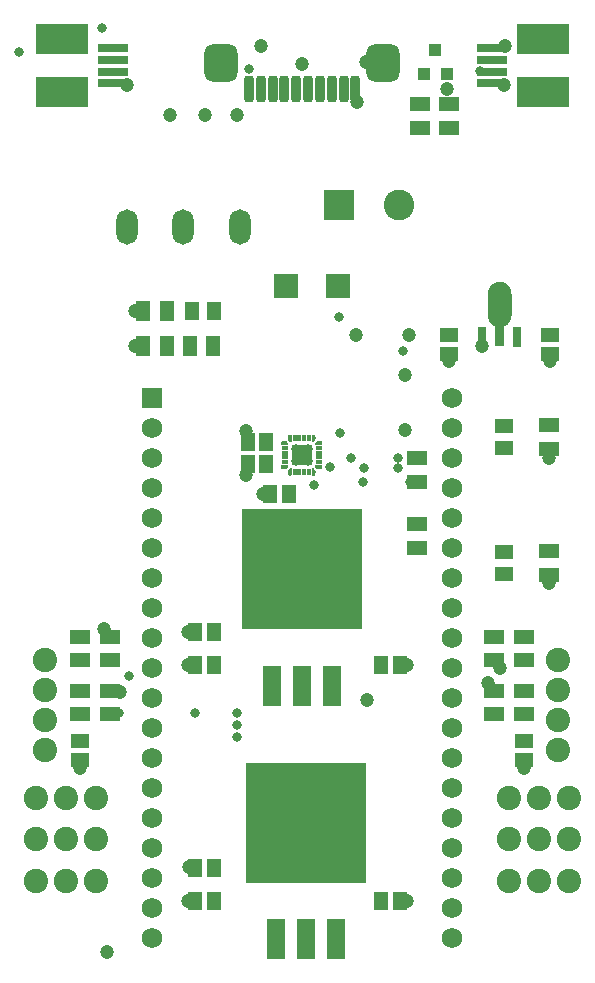
<source format=gts>
G04*
G04 #@! TF.GenerationSoftware,Altium Limited,Altium Designer,24.9.1 (31)*
G04*
G04 Layer_Color=8388736*
%FSLAX44Y44*%
%MOMM*%
G71*
G04*
G04 #@! TF.SameCoordinates,04FD8115-AAF2-45E8-BBFE-61AFBE82ED08*
G04*
G04*
G04 #@! TF.FilePolarity,Negative*
G04*
G01*
G75*
%ADD44R,1.1632X1.5932*%
%ADD45R,10.2236X10.1216*%
%ADD46R,1.6126X3.4016*%
%ADD47R,2.1016X2.1016*%
%ADD48R,1.6532X1.1532*%
%ADD49R,2.6016X0.8016*%
%ADD50R,4.4016X2.6016*%
G04:AMPARAMS|DCode=51|XSize=2.8042mm|YSize=3.2029mm|CornerRadius=0.7388mm|HoleSize=0mm|Usage=FLASHONLY|Rotation=180.000|XOffset=0mm|YOffset=0mm|HoleType=Round|Shape=RoundedRectangle|*
%AMROUNDEDRECTD51*
21,1,2.8042,1.7253,0,0,180.0*
21,1,1.3265,3.2029,0,0,180.0*
1,1,1.4777,-0.6632,0.8626*
1,1,1.4777,0.6632,0.8626*
1,1,1.4777,0.6632,-0.8626*
1,1,1.4777,-0.6632,-0.8626*
%
%ADD51ROUNDEDRECTD51*%
G04:AMPARAMS|DCode=52|XSize=0.8532mm|YSize=2.2352mm|CornerRadius=0.2609mm|HoleSize=0mm|Usage=FLASHONLY|Rotation=180.000|XOffset=0mm|YOffset=0mm|HoleType=Round|Shape=RoundedRectangle|*
%AMROUNDEDRECTD52*
21,1,0.8532,1.7135,0,0,180.0*
21,1,0.3315,2.2352,0,0,180.0*
1,1,0.5217,-0.1658,0.8568*
1,1,0.5217,0.1658,0.8568*
1,1,0.5217,0.1658,-0.8568*
1,1,0.5217,-0.1658,-0.8568*
%
%ADD52ROUNDEDRECTD52*%
%ADD53O,1.3432X3.4293*%
%ADD54R,0.7736X1.6766*%
%ADD55R,1.5932X1.1632*%
%ADD56R,1.6032X1.2032*%
%ADD57R,1.2032X1.6032*%
%ADD58R,1.1532X1.6532*%
%ADD59O,0.5065X0.3232*%
%ADD60O,0.3232X0.5065*%
%ADD61O,0.3232X0.5066*%
%ADD62O,0.3232X0.5065*%
%ADD63O,0.5065X0.3232*%
%ADD64O,0.5065X0.3232*%
%ADD65O,0.5065X0.3232*%
%ADD66R,1.8016X1.8016*%
%ADD67R,0.6066X0.3016*%
%ADD68O,0.3232X0.5065*%
%ADD69R,0.3016X0.6066*%
%ADD70R,1.0032X1.1032*%
%ADD71R,1.7332X1.7332*%
%ADD72C,1.7332*%
%ADD73O,1.8000X3.0000*%
%ADD74R,2.6032X2.6032*%
%ADD75C,2.6032*%
%ADD76C,2.0632*%
%ADD77C,1.2032*%
%ADD78C,0.8032*%
G36*
X240623Y469134D02*
X240672Y469129D01*
X240719Y469124D01*
X240721Y469124D01*
X240722Y469124D01*
X240770Y469109D01*
X240815Y469095D01*
X240816Y469095D01*
X240818Y469094D01*
X240861Y469071D01*
X240903Y469048D01*
X240904Y469047D01*
X240906Y469047D01*
X240943Y469016D01*
X240981Y468985D01*
X240982Y468984D01*
X240983Y468983D01*
X241014Y468945D01*
X241044Y468907D01*
X241045Y468906D01*
X241046Y468905D01*
X241069Y468862D01*
X241091Y468819D01*
X241092Y468818D01*
X241092Y468817D01*
X241107Y468769D01*
X241120Y468723D01*
X241121Y468722D01*
X241121Y468721D01*
X241126Y468671D01*
X241130Y468624D01*
Y463574D01*
X241120Y463474D01*
X241091Y463378D01*
X241044Y463290D01*
X240981Y463213D01*
X240903Y463149D01*
X240815Y463102D01*
X240719Y463073D01*
X240620Y463063D01*
X238620D01*
X238520Y463073D01*
X238424Y463102D01*
X238336Y463149D01*
X238259Y463213D01*
X238195Y463290D01*
X238148Y463378D01*
X238119Y463474D01*
X238109Y463574D01*
Y467628D01*
X238109Y467629D01*
X238119Y467728D01*
X238119Y467728D01*
Y467728D01*
X238134Y467778D01*
X238148Y467824D01*
X238148Y467824D01*
X238148Y467824D01*
X238169Y467863D01*
X238195Y467912D01*
X238195Y467912D01*
X238195Y467912D01*
X238213Y467934D01*
X238259Y467990D01*
X239259Y468990D01*
X239260Y468991D01*
X239261Y468992D01*
X239299Y469023D01*
X239336Y469054D01*
X239337Y469054D01*
X239338Y469055D01*
X239381Y469078D01*
X239424Y469101D01*
X239426Y469101D01*
X239427Y469102D01*
X239475Y469116D01*
X239520Y469130D01*
X239521Y469130D01*
X239523Y469130D01*
X239573Y469135D01*
X239620Y469140D01*
X239621Y469140D01*
X239622Y469140D01*
X240623Y469134D01*
D02*
G37*
G36*
X237917Y471879D02*
X237968Y471875D01*
X237969Y471874D01*
X237970Y471874D01*
X238015Y471860D01*
X238064Y471846D01*
X238065Y471845D01*
X238066Y471845D01*
X238107Y471823D01*
X238152Y471799D01*
X238153Y471798D01*
X238154Y471798D01*
X238190Y471769D01*
X238230Y471736D01*
X238231Y471735D01*
X238232Y471734D01*
X238263Y471697D01*
X238294Y471659D01*
X238294Y471658D01*
X238295Y471657D01*
X238318Y471614D01*
X238341Y471571D01*
X238342Y471570D01*
X238342Y471569D01*
X238356Y471524D01*
X238371Y471476D01*
X238371Y471474D01*
X238371Y471473D01*
X238376Y471426D01*
X238381Y471376D01*
X238386Y470377D01*
X238386Y470375D01*
X238387Y470374D01*
X238382Y470325D01*
X238377Y470277D01*
X238377Y470276D01*
X238377Y470274D01*
X238363Y470228D01*
X238349Y470181D01*
X238348Y470180D01*
X238348Y470178D01*
X238324Y470134D01*
X238302Y470093D01*
X238301Y470092D01*
X238300Y470090D01*
X238270Y470053D01*
X238239Y470015D01*
X238238Y470014D01*
X238237Y470013D01*
X237237Y469013D01*
X237237Y469013D01*
X237159Y468950D01*
X237159Y468950D01*
X237159Y468950D01*
X237110Y468923D01*
X237071Y468903D01*
X237071Y468903D01*
X237071Y468903D01*
X237025Y468889D01*
X236975Y468873D01*
X236975D01*
X236975Y468873D01*
X236925Y468868D01*
X236876Y468864D01*
X232821D01*
X232721Y468873D01*
X232625Y468903D01*
X232537Y468950D01*
X232460Y469013D01*
X232396Y469091D01*
X232349Y469179D01*
X232320Y469275D01*
X232310Y469374D01*
Y471373D01*
X232320Y471473D01*
X232349Y471569D01*
X232396Y471657D01*
X232460Y471734D01*
X232537Y471798D01*
X232625Y471845D01*
X232721Y471874D01*
X232821Y471884D01*
X237871D01*
X237917Y471879D01*
D02*
G37*
G36*
X236902Y491881D02*
X236975Y491874D01*
X237070Y491845D01*
X237071Y491845D01*
D01*
X237159Y491798D01*
X237208Y491757D01*
X237236Y491735D01*
X237236Y491735D01*
X237236Y491735D01*
X238236Y490734D01*
X238237Y490734D01*
X238237Y490733D01*
X238267Y490697D01*
X238299Y490657D01*
X238300Y490656D01*
X238301Y490655D01*
X238322Y490615D01*
X238347Y490569D01*
X238347Y490568D01*
X238347Y490567D01*
X238361Y490519D01*
X238375Y490473D01*
X238376Y490472D01*
X238376Y490471D01*
X238381Y490422D01*
X238385Y490373D01*
X238385Y490372D01*
X238385Y490371D01*
X238380Y489371D01*
X238375Y489322D01*
X238371Y489274D01*
X238370Y489273D01*
X238370Y489272D01*
X238356Y489225D01*
X238342Y489179D01*
X238341Y489178D01*
X238341Y489176D01*
X238318Y489134D01*
X238294Y489090D01*
X238294Y489089D01*
X238293Y489088D01*
X238263Y489052D01*
X238231Y489013D01*
X238230Y489012D01*
X238229Y489011D01*
X238194Y488982D01*
X238154Y488949D01*
X238152Y488949D01*
X238151Y488948D01*
X238112Y488927D01*
X238065Y488902D01*
X238064Y488902D01*
X238063Y488901D01*
X238020Y488889D01*
X237970Y488873D01*
X237968Y488873D01*
X237967Y488873D01*
X237922Y488869D01*
X237870Y488863D01*
X232820D01*
X232720Y488873D01*
X232625Y488902D01*
X232536Y488949D01*
X232459Y489013D01*
X232395Y489090D01*
X232348Y489179D01*
X232319Y489274D01*
X232309Y489374D01*
Y491374D01*
X232319Y491473D01*
X232348Y491569D01*
X232395Y491657D01*
X232459Y491735D01*
X232536Y491798D01*
X232625Y491845D01*
X232720Y491874D01*
X232820Y491884D01*
X236875D01*
X236875D01*
X236875D01*
X236902Y491881D01*
D02*
G37*
G36*
X240719Y497674D02*
X240815Y497645D01*
X240903Y497597D01*
X240981Y497534D01*
X241044Y497457D01*
X241091Y497368D01*
X241120Y497272D01*
X241130Y497173D01*
Y492123D01*
X241126Y492076D01*
X241121Y492026D01*
X241121Y492025D01*
X241120Y492024D01*
X241107Y491978D01*
X241092Y491930D01*
X241092Y491929D01*
X241091Y491928D01*
X241069Y491887D01*
X241046Y491842D01*
X241045Y491841D01*
X241044Y491840D01*
X241014Y491803D01*
X240983Y491764D01*
X240982Y491763D01*
X240981Y491762D01*
X240944Y491732D01*
X240905Y491700D01*
X240904Y491700D01*
X240903Y491699D01*
X240861Y491676D01*
X240818Y491653D01*
X240816Y491652D01*
X240815Y491652D01*
X240769Y491638D01*
X240722Y491623D01*
X240721Y491623D01*
X240719Y491623D01*
X240672Y491618D01*
X240622Y491613D01*
X239622Y491608D01*
X239621Y491608D01*
X239620Y491608D01*
X239573Y491612D01*
X239523Y491617D01*
X239521Y491617D01*
X239520Y491617D01*
X239476Y491631D01*
X239427Y491646D01*
X239426Y491646D01*
X239424Y491646D01*
X239384Y491668D01*
X239338Y491692D01*
X239337Y491693D01*
X239336Y491694D01*
X239300Y491724D01*
X239261Y491755D01*
X239260Y491756D01*
X239259Y491757D01*
X238259Y492757D01*
X238259Y492757D01*
X238230Y492792D01*
X238195Y492835D01*
X238148Y492923D01*
X238119Y493018D01*
X238109Y493118D01*
X238109Y493118D01*
Y497173D01*
X238119Y497272D01*
X238148Y497368D01*
X238195Y497457D01*
X238259Y497534D01*
X238336Y497597D01*
X238424Y497645D01*
X238520Y497674D01*
X238620Y497683D01*
X240620D01*
X240719Y497674D01*
D02*
G37*
G36*
X417443Y627156D02*
X417455Y627157D01*
X417900Y627136D01*
X417911Y627134D01*
X417923Y627134D01*
X418366Y627092D01*
X418378Y627090D01*
X418390Y627090D01*
X418831Y627027D01*
X418843Y627024D01*
X418854Y627023D01*
X419292Y626940D01*
X419303Y626937D01*
X419315Y626935D01*
X419748Y626832D01*
X419759Y626828D01*
X419771Y626826D01*
X420199Y626702D01*
X420210Y626698D01*
X420221Y626695D01*
X420643Y626552D01*
X420654Y626547D01*
X420665Y626544D01*
X421080Y626380D01*
X421090Y626375D01*
X421101Y626371D01*
X421507Y626189D01*
X421518Y626183D01*
X421529Y626179D01*
X421926Y625977D01*
X421936Y625971D01*
X421947Y625966D01*
X422334Y625746D01*
X422344Y625740D01*
X422355Y625734D01*
X422731Y625497D01*
X422741Y625489D01*
X422751Y625484D01*
X423116Y625229D01*
X423125Y625221D01*
X423135Y625215D01*
X423488Y624943D01*
X423497Y624935D01*
X423506Y624928D01*
X423846Y624640D01*
X423854Y624632D01*
X423863Y624624D01*
X424189Y624321D01*
X424197Y624312D01*
X424206Y624304D01*
X424517Y623986D01*
X424525Y623977D01*
X424533Y623969D01*
X424830Y623635D01*
X424837Y623626D01*
X424845Y623618D01*
X425125Y623271D01*
X425131Y623261D01*
X425139Y623252D01*
X425403Y622893D01*
X425409Y622883D01*
X425416Y622874D01*
X425662Y622503D01*
X425668Y622493D01*
X425675Y622483D01*
X425904Y622101D01*
X425909Y622090D01*
X425915Y622080D01*
X426126Y621688D01*
X426131Y621677D01*
X426137Y621667D01*
X426329Y621265D01*
X426333Y621254D01*
X426338Y621243D01*
X426511Y620833D01*
X426515Y620822D01*
X426520Y620811D01*
X426673Y620393D01*
X426676Y620381D01*
X426681Y620370D01*
X426814Y619945D01*
X426817Y619934D01*
X426821Y619923D01*
X426934Y619492D01*
X426936Y619481D01*
X426940Y619470D01*
X427033Y619034D01*
X427035Y619022D01*
X427038Y619011D01*
X427110Y618571D01*
X427111Y618559D01*
X427114Y618548D01*
X427166Y618106D01*
X427166Y618094D01*
X427168Y618082D01*
X427199Y617638D01*
X427199Y617626D01*
X427200Y617615D01*
X427211Y617169D01*
X427211Y617163D01*
X427211Y617157D01*
Y598615D01*
X427211Y598609D01*
X427211Y598603D01*
X427200Y598158D01*
X427199Y598146D01*
X427199Y598135D01*
X427168Y597691D01*
X427166Y597679D01*
X427166Y597667D01*
X427114Y597225D01*
X427111Y597213D01*
X427110Y597201D01*
X427038Y596762D01*
X427035Y596750D01*
X427033Y596738D01*
X426940Y596303D01*
X426936Y596292D01*
X426934Y596280D01*
X426821Y595850D01*
X426817Y595839D01*
X426814Y595827D01*
X426681Y595402D01*
X426676Y595391D01*
X426673Y595380D01*
X426520Y594962D01*
X426515Y594951D01*
X426511Y594940D01*
X426338Y594529D01*
X426333Y594519D01*
X426329Y594508D01*
X426137Y594106D01*
X426131Y594096D01*
X426126Y594085D01*
X425915Y593692D01*
X425909Y593682D01*
X425904Y593672D01*
X425675Y593289D01*
X425668Y593280D01*
X425662Y593270D01*
X425416Y592898D01*
X425409Y592889D01*
X425403Y592879D01*
X425139Y592520D01*
X425131Y592511D01*
X425125Y592501D01*
X424845Y592155D01*
X424837Y592147D01*
X424830Y592137D01*
X424533Y591804D01*
X424525Y591796D01*
X424517Y591787D01*
X424206Y591468D01*
X424197Y591461D01*
X424189Y591452D01*
X423863Y591148D01*
X423854Y591141D01*
X423846Y591132D01*
X423506Y590844D01*
X423497Y590838D01*
X423488Y590830D01*
X423135Y590558D01*
X423125Y590551D01*
X423116Y590544D01*
X422751Y590289D01*
X422741Y590283D01*
X422731Y590276D01*
X422355Y590038D01*
X422344Y590033D01*
X422334Y590026D01*
X421947Y589807D01*
X421936Y589802D01*
X421926Y589795D01*
X421529Y589594D01*
X421518Y589590D01*
X421508Y589584D01*
X421472Y589572D01*
X421437Y589558D01*
X421426Y589556D01*
X421414Y589552D01*
X421011Y589460D01*
Y572887D01*
X421002Y572789D01*
X420973Y572694D01*
X420927Y572607D01*
X420864Y572531D01*
X420788Y572469D01*
X420701Y572422D01*
X420607Y572394D01*
X420509Y572384D01*
X413909D01*
X413811Y572394D01*
X413716Y572422D01*
X413630Y572469D01*
X413553Y572531D01*
X413491Y572607D01*
X413445Y572694D01*
X413416Y572789D01*
X413406Y572887D01*
Y589460D01*
X413003Y589552D01*
X412992Y589556D01*
X412980Y589558D01*
X412945Y589572D01*
X412909Y589584D01*
X412899Y589590D01*
X412888Y589594D01*
X412491Y589795D01*
X412481Y589802D01*
X412470Y589807D01*
X412083Y590026D01*
X412073Y590033D01*
X412062Y590038D01*
X411686Y590276D01*
X411676Y590283D01*
X411666Y590289D01*
X411301Y590544D01*
X411292Y590551D01*
X411282Y590558D01*
X410929Y590830D01*
X410920Y590838D01*
X410911Y590844D01*
X410571Y591132D01*
X410563Y591141D01*
X410553Y591148D01*
X410228Y591452D01*
X410220Y591461D01*
X410211Y591468D01*
X409899Y591787D01*
X409892Y591796D01*
X409883Y591804D01*
X409587Y592137D01*
X409580Y592147D01*
X409572Y592155D01*
X409292Y592501D01*
X409286Y592511D01*
X409278Y592520D01*
X409014Y592879D01*
X409008Y592889D01*
X409001Y592898D01*
X408755Y593270D01*
X408749Y593280D01*
X408742Y593289D01*
X408513Y593672D01*
X408508Y593682D01*
X408502Y593692D01*
X408291Y594085D01*
X408286Y594096D01*
X408280Y594106D01*
X408088Y594508D01*
X408084Y594519D01*
X408079Y594529D01*
X407906Y594939D01*
X407902Y594951D01*
X407897Y594962D01*
X407744Y595380D01*
X407741Y595391D01*
X407736Y595402D01*
X407603Y595827D01*
X407600Y595839D01*
X407596Y595850D01*
X407482Y596280D01*
X407481Y596292D01*
X407477Y596303D01*
X407384Y596738D01*
X407382Y596750D01*
X407379Y596762D01*
X407307Y597201D01*
X407306Y597213D01*
X407303Y597225D01*
X407251Y597667D01*
X407251Y597679D01*
X407249Y597691D01*
X407218Y598135D01*
X407218Y598146D01*
X407217Y598158D01*
X407206Y598603D01*
X407206Y598609D01*
X407206Y598615D01*
Y617157D01*
X407206Y617163D01*
X407206Y617169D01*
X407217Y617615D01*
X407218Y617626D01*
X407218Y617638D01*
X407249Y618082D01*
X407251Y618094D01*
X407251Y618106D01*
X407303Y618548D01*
X407306Y618559D01*
X407307Y618571D01*
X407379Y619011D01*
X407382Y619022D01*
X407384Y619034D01*
X407477Y619470D01*
X407481Y619481D01*
X407482Y619492D01*
X407596Y619923D01*
X407600Y619934D01*
X407603Y619945D01*
X407736Y620370D01*
X407741Y620381D01*
X407744Y620393D01*
X407897Y620811D01*
X407902Y620822D01*
X407906Y620833D01*
X408079Y621243D01*
X408084Y621254D01*
X408088Y621265D01*
X408280Y621667D01*
X408286Y621677D01*
X408291Y621688D01*
X408502Y622080D01*
X408508Y622090D01*
X408513Y622101D01*
X408742Y622483D01*
X408749Y622493D01*
X408755Y622503D01*
X409001Y622874D01*
X409008Y622883D01*
X409014Y622893D01*
X409278Y623252D01*
X409286Y623261D01*
X409292Y623271D01*
X409572Y623618D01*
X409580Y623626D01*
X409587Y623635D01*
X409883Y623969D01*
X409892Y623977D01*
X409899Y623986D01*
X410211Y624304D01*
X410220Y624312D01*
X410228Y624321D01*
X410553Y624624D01*
X410563Y624632D01*
X410571Y624640D01*
X410911Y624928D01*
X410920Y624935D01*
X410929Y624943D01*
X411282Y625215D01*
X411292Y625221D01*
X411301Y625229D01*
X411666Y625484D01*
X411676Y625490D01*
X411686Y625497D01*
X412062Y625734D01*
X412073Y625740D01*
X412083Y625746D01*
X412470Y625966D01*
X412481Y625971D01*
X412491Y625977D01*
X412888Y626179D01*
X412899Y626183D01*
X412910Y626189D01*
X413316Y626371D01*
X413327Y626375D01*
X413337Y626380D01*
X413752Y626544D01*
X413763Y626547D01*
X413774Y626552D01*
X414196Y626695D01*
X414207Y626698D01*
X414218Y626702D01*
X414646Y626826D01*
X414658Y626828D01*
X414669Y626832D01*
X415102Y626935D01*
X415114Y626937D01*
X415125Y626940D01*
X415563Y627023D01*
X415574Y627024D01*
X415586Y627027D01*
X416027Y627090D01*
X416039Y627090D01*
X416050Y627092D01*
X416494Y627134D01*
X416506Y627134D01*
X416517Y627136D01*
X416962Y627157D01*
X416974Y627156D01*
X416986Y627157D01*
X417431D01*
X417443Y627156D01*
D02*
G37*
G36*
X260718Y497675D02*
X260814Y497646D01*
X260902Y497598D01*
X260980Y497535D01*
X261043Y497458D01*
X261090Y497369D01*
X261119Y497274D01*
X261129Y497174D01*
Y493119D01*
X261124Y493070D01*
X261119Y493019D01*
X261119Y493019D01*
Y493019D01*
X261104Y492970D01*
X261090Y492924D01*
X261090Y492924D01*
X261090Y492924D01*
X261070Y492885D01*
X261043Y492836D01*
X261043Y492835D01*
X261043Y492835D01*
X261008Y492792D01*
X260980Y492758D01*
X260980Y492758D01*
X260980Y492758D01*
X260980Y492758D01*
X259980Y491757D01*
X259979Y491756D01*
X259978Y491755D01*
X259941Y491725D01*
X259903Y491693D01*
X259901Y491693D01*
X259900Y491692D01*
X259857Y491669D01*
X259814Y491646D01*
X259813Y491646D01*
X259811Y491645D01*
X259763Y491631D01*
X259719Y491617D01*
X259717Y491617D01*
X259715Y491617D01*
X259666Y491612D01*
X259619Y491607D01*
X259617Y491608D01*
X259616Y491607D01*
X258616Y491613D01*
X258567Y491618D01*
X258519Y491623D01*
X258518Y491623D01*
X258517Y491624D01*
X258469Y491638D01*
X258424Y491652D01*
X258422Y491653D01*
X258421Y491653D01*
X258379Y491676D01*
X258335Y491699D01*
X258334Y491700D01*
X258333Y491701D01*
X258296Y491731D01*
X258258Y491763D01*
X258257Y491764D01*
X258256Y491765D01*
X258225Y491803D01*
X258195Y491840D01*
X258194Y491841D01*
X258193Y491843D01*
X258170Y491886D01*
X258147Y491928D01*
X258147Y491930D01*
X258146Y491931D01*
X258132Y491979D01*
X258118Y492024D01*
X258118Y492025D01*
X258118Y492027D01*
X258113Y492077D01*
X258109Y492124D01*
Y497174D01*
X258118Y497274D01*
X258147Y497369D01*
X258195Y497458D01*
X258258Y497535D01*
X258335Y497598D01*
X258424Y497646D01*
X258519Y497675D01*
X258619Y497684D01*
X260619D01*
X260718Y497675D01*
D02*
G37*
G36*
X266520Y491874D02*
X266615Y491844D01*
X266704Y491797D01*
X266781Y491734D01*
X266845Y491656D01*
X266892Y491568D01*
X266921Y491472D01*
X266931Y491373D01*
Y489374D01*
X266921Y489274D01*
X266892Y489178D01*
X266845Y489090D01*
X266781Y489013D01*
X266704Y488949D01*
X266615Y488902D01*
X266520Y488873D01*
X266420Y488863D01*
X261370D01*
X261323Y488868D01*
X261273Y488872D01*
X261272Y488873D01*
X261271Y488873D01*
X261225Y488887D01*
X261177Y488901D01*
X261176Y488902D01*
X261175Y488902D01*
X261133Y488924D01*
X261089Y488948D01*
X261088Y488949D01*
X261087Y488949D01*
X261050Y488979D01*
X261011Y489011D01*
X261010Y489012D01*
X261009Y489013D01*
X260979Y489050D01*
X260947Y489088D01*
X260946Y489089D01*
X260946Y489090D01*
X260924Y489132D01*
X260900Y489176D01*
X260899Y489177D01*
X260898Y489178D01*
X260885Y489223D01*
X260870Y489272D01*
X260870Y489273D01*
X260869Y489274D01*
X260865Y489321D01*
X260860Y489371D01*
X260854Y490371D01*
X260855Y490373D01*
X260854Y490374D01*
X260859Y490420D01*
X260864Y490471D01*
X260864Y490472D01*
X260864Y490473D01*
X260878Y490518D01*
X260892Y490567D01*
X260893Y490568D01*
X260893Y490569D01*
X260916Y490611D01*
X260939Y490655D01*
X260940Y490656D01*
X260941Y490657D01*
X260970Y490694D01*
X261002Y490733D01*
X261003Y490734D01*
X261004Y490735D01*
X262004Y491734D01*
X262004Y491734D01*
X262004Y491734D01*
D01*
X262082Y491797D01*
X262133Y491825D01*
X262170Y491844D01*
X262170Y491844D01*
X262170Y491844D01*
X262197Y491853D01*
X262265Y491874D01*
X262266Y491874D01*
X262266D01*
X262287Y491876D01*
X262365Y491883D01*
X266420D01*
X266520Y491874D01*
D02*
G37*
G36*
X259667Y469134D02*
X259717Y469129D01*
X259719Y469129D01*
X259720Y469129D01*
X259764Y469115D01*
X259813Y469101D01*
X259814Y469100D01*
X259816Y469100D01*
X259856Y469078D01*
X259902Y469054D01*
X259903Y469053D01*
X259904Y469053D01*
X259940Y469023D01*
X259979Y468991D01*
X259980Y468990D01*
X259981Y468989D01*
X260981Y467989D01*
X260981Y467989D01*
X261010Y467954D01*
X261045Y467912D01*
X261092Y467823D01*
X261121Y467728D01*
X261131Y467628D01*
X261131Y467628D01*
Y463573D01*
X261121Y463474D01*
X261092Y463378D01*
X261045Y463289D01*
X260981Y463212D01*
X260904Y463149D01*
X260816Y463102D01*
X260720Y463072D01*
X260620Y463063D01*
X258620D01*
X258521Y463072D01*
X258425Y463102D01*
X258337Y463149D01*
X258259Y463212D01*
X258196Y463289D01*
X258149Y463378D01*
X258120Y463474D01*
X258110Y463573D01*
Y468623D01*
X258114Y468670D01*
X258119Y468720D01*
X258120Y468721D01*
X258120Y468723D01*
X258133Y468768D01*
X258148Y468816D01*
X258148Y468817D01*
X258149Y468818D01*
X258171Y468860D01*
X258194Y468904D01*
X258195Y468906D01*
X258196Y468907D01*
X258226Y468943D01*
X258258Y468982D01*
X258258Y468983D01*
X258259Y468984D01*
X258296Y469014D01*
X258335Y469046D01*
X258336Y469047D01*
X258337Y469048D01*
X258379Y469070D01*
X258423Y469094D01*
X258424Y469094D01*
X258425Y469095D01*
X258471Y469109D01*
X258518Y469123D01*
X258519Y469123D01*
X258521Y469124D01*
X258568Y469128D01*
X258618Y469134D01*
X259618Y469139D01*
X259619Y469138D01*
X259620Y469139D01*
X259667Y469134D01*
D02*
G37*
G36*
X266520Y471874D02*
X266615Y471844D01*
X266704Y471797D01*
X266781Y471734D01*
X266845Y471656D01*
X266892Y471568D01*
X266921Y471473D01*
X266931Y471373D01*
Y469373D01*
X266921Y469273D01*
X266892Y469178D01*
X266845Y469089D01*
X266781Y469012D01*
X266704Y468949D01*
X266615Y468901D01*
X266520Y468872D01*
X266420Y468862D01*
X262365D01*
X262265Y468872D01*
X262170Y468901D01*
X262081Y468949D01*
X262004Y469012D01*
X261004Y470012D01*
X261003Y470013D01*
X261002Y470014D01*
X260971Y470052D01*
X260940Y470089D01*
X260940Y470090D01*
X260939Y470092D01*
X260917Y470134D01*
X260893Y470178D01*
X260893Y470179D01*
X260892Y470180D01*
X260879Y470227D01*
X260864Y470273D01*
X260864Y470275D01*
X260864Y470276D01*
X260859Y470323D01*
X260854Y470373D01*
X260855Y470374D01*
X260854Y470376D01*
X260860Y471376D01*
X260865Y471426D01*
X260869Y471473D01*
X260870Y471474D01*
X260870Y471475D01*
X260885Y471524D01*
X260898Y471568D01*
X260899Y471569D01*
X260900Y471571D01*
X260924Y471615D01*
X260946Y471656D01*
X260946Y471657D01*
X260947Y471659D01*
X260979Y471697D01*
X261009Y471734D01*
X261010Y471735D01*
X261011Y471736D01*
X261050Y471768D01*
X261087Y471797D01*
X261088Y471798D01*
X261089Y471799D01*
X261133Y471822D01*
X261175Y471844D01*
X261176Y471845D01*
X261177Y471846D01*
X261225Y471860D01*
X261271Y471874D01*
X261272Y471874D01*
X261273Y471874D01*
X261323Y471879D01*
X261370Y471883D01*
X266420D01*
X266520Y471874D01*
D02*
G37*
D44*
X159360Y130810D02*
D03*
X175160D02*
D03*
Y103243D02*
D03*
X159360D02*
D03*
Y330200D02*
D03*
X175160D02*
D03*
X238660Y447413D02*
D03*
X222860D02*
D03*
X332520Y302633D02*
D03*
X316720D02*
D03*
X159360D02*
D03*
X175160D02*
D03*
X219610Y472813D02*
D03*
X203810D02*
D03*
Y491863D02*
D03*
X219610D02*
D03*
X316720Y103243D02*
D03*
X332520D02*
D03*
D45*
X253620Y169272D02*
D03*
X249810Y383902D02*
D03*
D46*
X279020Y70235D02*
D03*
X228220D02*
D03*
X253620D02*
D03*
X249810Y284865D02*
D03*
X224410D02*
D03*
X275210D02*
D03*
D47*
X236701Y623943D02*
D03*
X280699D02*
D03*
D48*
X61850Y280883D02*
D03*
Y260883D02*
D03*
X87250D02*
D03*
Y280883D02*
D03*
X459360Y485513D02*
D03*
Y505513D02*
D03*
Y378993D02*
D03*
Y398993D02*
D03*
X412370Y326603D02*
D03*
Y306603D02*
D03*
X437770D02*
D03*
Y326603D02*
D03*
Y280883D02*
D03*
Y260883D02*
D03*
X412370D02*
D03*
Y280883D02*
D03*
X347600Y477733D02*
D03*
Y457733D02*
D03*
X350140Y757453D02*
D03*
Y777453D02*
D03*
X374270D02*
D03*
Y757453D02*
D03*
X347600Y401853D02*
D03*
Y421853D02*
D03*
X61850Y306603D02*
D03*
Y326603D02*
D03*
X87250D02*
D03*
Y306603D02*
D03*
D49*
X410503Y794996D02*
D03*
Y804995D02*
D03*
Y814998D02*
D03*
Y824998D02*
D03*
X89497Y795002D02*
D03*
Y805002D02*
D03*
Y815005D02*
D03*
Y825004D02*
D03*
D50*
X453503Y832497D02*
D03*
Y787497D02*
D03*
X46497Y832503D02*
D03*
Y787503D02*
D03*
D51*
X318504Y812055D02*
D03*
X181496D02*
D03*
D52*
X255000Y790313D02*
D03*
X265000D02*
D03*
X275000D02*
D03*
X285000D02*
D03*
X295000D02*
D03*
X205000D02*
D03*
X215000D02*
D03*
X225000D02*
D03*
X235000D02*
D03*
X245000D02*
D03*
D53*
X417209Y607887D02*
D03*
D54*
X432210Y580763D02*
D03*
X402210D02*
D03*
D55*
X374620Y566129D02*
D03*
Y581929D02*
D03*
X459620Y566133D02*
D03*
Y581933D02*
D03*
X61850Y237900D02*
D03*
Y222100D02*
D03*
X437770Y237900D02*
D03*
Y222100D02*
D03*
D56*
X421260Y486173D02*
D03*
Y505173D02*
D03*
Y379493D02*
D03*
Y398493D02*
D03*
D57*
X175490Y602353D02*
D03*
X156490D02*
D03*
D58*
X174720Y573143D02*
D03*
X154720D02*
D03*
X135350Y602353D02*
D03*
X115350D02*
D03*
X135350Y573143D02*
D03*
X115350D02*
D03*
D59*
X263895Y470373D02*
D03*
D60*
X239620Y494648D02*
D03*
D61*
X259618D02*
D03*
D62*
X239620Y466098D02*
D03*
D63*
X235345Y470373D02*
D03*
D64*
Y490373D02*
D03*
D65*
X263895D02*
D03*
D66*
X249620Y480373D02*
D03*
D67*
X263895Y486372D02*
D03*
Y482372D02*
D03*
Y478374D02*
D03*
Y474373D02*
D03*
X235345D02*
D03*
Y478374D02*
D03*
Y482372D02*
D03*
Y486372D02*
D03*
D68*
X259620Y466098D02*
D03*
D69*
X255620D02*
D03*
X251619D02*
D03*
X247621D02*
D03*
X243621D02*
D03*
Y494648D02*
D03*
X247621D02*
D03*
X251619D02*
D03*
X255620D02*
D03*
D70*
X372340Y803173D02*
D03*
X353340D02*
D03*
X362840Y823173D02*
D03*
D71*
X123000Y528873D02*
D03*
D72*
Y503473D02*
D03*
Y478073D02*
D03*
Y452673D02*
D03*
Y427273D02*
D03*
Y401873D02*
D03*
Y376473D02*
D03*
Y351073D02*
D03*
Y325673D02*
D03*
Y300273D02*
D03*
Y274873D02*
D03*
Y249473D02*
D03*
Y224073D02*
D03*
Y198673D02*
D03*
Y173273D02*
D03*
Y147873D02*
D03*
Y122473D02*
D03*
Y97073D02*
D03*
Y71673D02*
D03*
X377000D02*
D03*
Y97073D02*
D03*
Y122473D02*
D03*
Y147873D02*
D03*
Y173273D02*
D03*
Y198673D02*
D03*
Y224073D02*
D03*
Y249473D02*
D03*
Y274873D02*
D03*
Y300273D02*
D03*
Y325673D02*
D03*
Y351073D02*
D03*
Y376473D02*
D03*
Y401873D02*
D03*
Y427273D02*
D03*
Y452673D02*
D03*
Y478073D02*
D03*
Y503473D02*
D03*
Y528873D02*
D03*
D73*
X197480Y673473D02*
D03*
X149480D02*
D03*
X101481D02*
D03*
D74*
X281560Y692523D02*
D03*
D75*
X331560D02*
D03*
D76*
X466620Y306573D02*
D03*
Y281173D02*
D03*
Y255773D02*
D03*
Y230373D02*
D03*
X32620D02*
D03*
Y255773D02*
D03*
Y281173D02*
D03*
Y306573D02*
D03*
X425000Y190000D02*
D03*
X450400D02*
D03*
X475800D02*
D03*
X425000Y120000D02*
D03*
X450400D02*
D03*
X475800D02*
D03*
X425000Y155000D02*
D03*
X450400D02*
D03*
X475800D02*
D03*
X75000Y190000D02*
D03*
X49600D02*
D03*
X24200D02*
D03*
X75000Y155000D02*
D03*
X49600D02*
D03*
X24200D02*
D03*
X75000Y120000D02*
D03*
X49600D02*
D03*
X24200D02*
D03*
D77*
X153897Y131291D02*
D03*
X153060Y330200D02*
D03*
X402590Y572770D02*
D03*
X250000Y811530D02*
D03*
X85000Y60000D02*
D03*
X437770Y215800D02*
D03*
X101600Y793299D02*
D03*
X422000Y826701D02*
D03*
X194564Y768096D02*
D03*
X167386D02*
D03*
X138176D02*
D03*
X421000Y793699D02*
D03*
X296418Y779018D02*
D03*
X304546Y272796D02*
D03*
X337312Y501650D02*
D03*
Y548386D02*
D03*
X60590Y787300D02*
D03*
X32590D02*
D03*
Y832300D02*
D03*
X60590D02*
D03*
X323850Y803910D02*
D03*
X181610D02*
D03*
Y820420D02*
D03*
X215000Y826716D02*
D03*
X439030Y832700D02*
D03*
X467030D02*
D03*
X439030Y787700D02*
D03*
X467030D02*
D03*
X253620Y80383D02*
D03*
Y60063D02*
D03*
X249810Y295013D02*
D03*
Y274693D02*
D03*
X295530Y582033D02*
D03*
X340638Y581929D02*
D03*
X459620Y559833D02*
D03*
X374620Y559828D02*
D03*
X61850Y215800D02*
D03*
X82170Y333113D02*
D03*
X96140Y279773D02*
D03*
X338820Y103243D02*
D03*
X153060D02*
D03*
Y302633D02*
D03*
X338820D02*
D03*
X417450Y300093D02*
D03*
X407290Y287393D02*
D03*
X459360Y371743D02*
D03*
X202820Y500753D02*
D03*
Y463923D02*
D03*
X216560Y447413D02*
D03*
X459360Y478263D02*
D03*
X304420Y813173D02*
D03*
X373000Y790313D02*
D03*
X209170Y424553D02*
D03*
X290450D02*
D03*
Y343273D02*
D03*
X209170D02*
D03*
X290450Y383913D02*
D03*
X209170D02*
D03*
X249814Y423526D02*
D03*
X249810Y343273D02*
D03*
Y385172D02*
D03*
X270130Y363593D02*
D03*
Y404233D02*
D03*
X229490Y363593D02*
D03*
Y404233D02*
D03*
X233300Y188333D02*
D03*
Y147693D02*
D03*
X273940Y188333D02*
D03*
Y147693D02*
D03*
X253620Y169272D02*
D03*
Y127373D02*
D03*
X253624Y207626D02*
D03*
X212980Y168013D02*
D03*
X294260D02*
D03*
X212980Y127373D02*
D03*
X294260D02*
D03*
Y208653D02*
D03*
X212980D02*
D03*
X108100Y573143D02*
D03*
Y602353D02*
D03*
D78*
X281940Y499110D02*
D03*
X10160Y821690D02*
D03*
X80140Y842140D02*
D03*
X400500Y805250D02*
D03*
X205000Y807183D02*
D03*
X273940Y470273D02*
D03*
X341350Y457483D02*
D03*
X331090Y469113D02*
D03*
X301880Y457573D02*
D03*
X302283Y469810D02*
D03*
X259620Y455383D02*
D03*
X281560Y597273D02*
D03*
X335498Y568446D02*
D03*
X254890Y475353D02*
D03*
X244730Y485513D02*
D03*
X254890D02*
D03*
X244730Y475353D02*
D03*
X331090Y477893D02*
D03*
X291720D02*
D03*
X94870Y261993D02*
D03*
X103592Y292933D02*
D03*
X195200Y261993D02*
D03*
X159640D02*
D03*
X195200Y241673D02*
D03*
Y251833D02*
D03*
M02*

</source>
